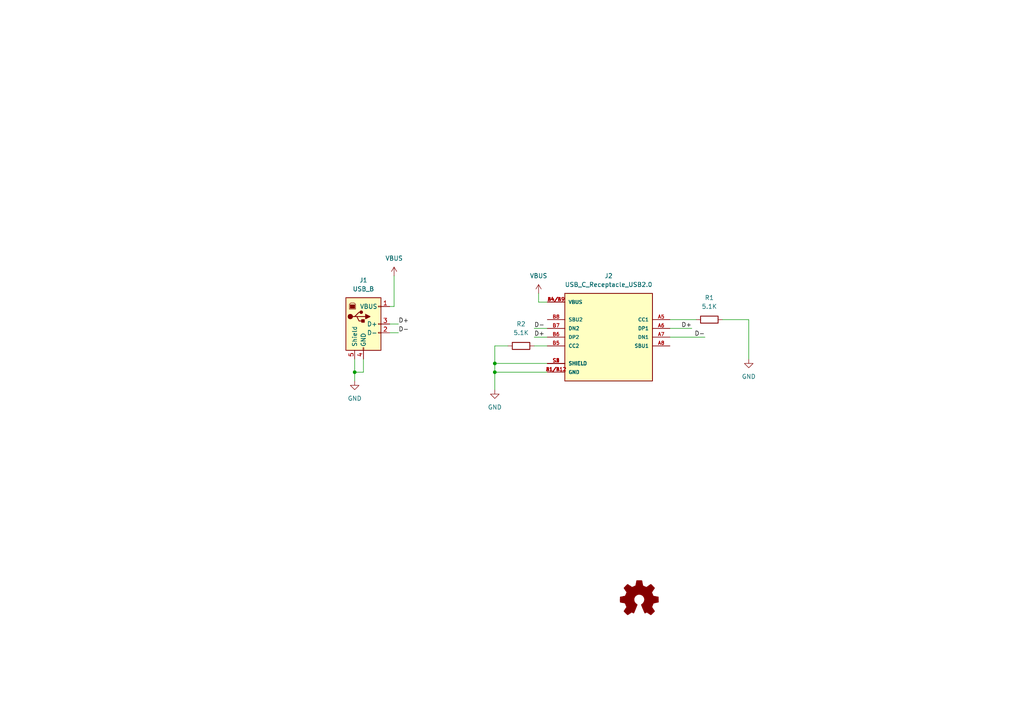
<source format=kicad_sch>
(kicad_sch (version 20211123) (generator eeschema)
  (paper "A4")
  (lib_symbols
    (symbol "4ms_Power-symbol:GND" (power) (pin_names (offset 0))
      (property "Value" "GND" (at 0 -3.81 0))
      (symbol "GND_0_1"
        (polyline (pts (xy 0 0) (xy 0 -1.27) (xy 1.27 -1.27) (xy 0 -2.54) (xy -1.27 -1.27) (xy 0 -1.27)))
      )
      (symbol "GND_1_1"
        (pin power_in line (at 0 0 270) (length 0) hide (name "GND") (number "1"))
      )
    )
    (symbol "Connector:USB_B" (pin_names (offset 1.016))
      (property "Reference" "J" (at -5.08 11.43 0))
      (property "Value" "USB_B" (at -5.08 8.89 0))
      (symbol "USB_B_0_1"
        (rectangle (start -5.08 -7.62) (end 5.08 7.62) (stroke (width 0.254)) (fill (type background)))
        (circle (center -3.81 2.159) (radius 0.635) (stroke (width 0.254)) (fill (type outline)))
        (rectangle (start -3.81 5.588) (end -2.54 4.572) (fill (type outline)))
        (circle (center -0.635 3.429) (radius 0.381) (stroke (width 0.254)) (fill (type outline)))
        (rectangle (start -0.127 -7.62) (end 0.127 -6.858))
        (polyline (pts (xy -1.905 2.159) (xy 0.635 2.159)) (stroke (width 0.254)))
        (polyline (pts (xy -3.175 2.159) (xy -2.54 2.159) (xy -1.27 3.429) (xy -0.635 3.429)) (stroke (width 0.254)))
        (polyline (pts (xy -2.54 2.159) (xy -1.905 2.159) (xy -1.27 0.889) (xy 0 0.889)) (stroke (width 0.254)))
        (polyline (pts (xy 0.635 2.794) (xy 0.635 1.524) (xy 1.905 2.159) (xy 0.635 2.794)) (stroke (width 0.254)) (fill (type outline)))
        (polyline (pts (xy -4.064 4.318) (xy -2.286 4.318) (xy -2.286 5.715) (xy -2.667 6.096) (xy -3.683 6.096) (xy -4.064 5.715) (xy -4.064 4.318)))
        (rectangle (start 0.254 1.27) (end -0.508 0.508) (stroke (width 0.254)) (fill (type outline)))
        (rectangle (start 5.08 -2.667) (end 4.318 -2.413))
        (rectangle (start 5.08 -0.127) (end 4.318 0.127))
        (rectangle (start 5.08 4.953) (end 4.318 5.207))
      )
      (symbol "USB_B_1_1"
        (pin power_out line (at 7.62 5.08 180) (length 2.54) (name "VBUS") (number "1"))
        (pin bidirectional line (at 7.62 -2.54 180) (length 2.54) (name "D-") (number "2"))
        (pin bidirectional line (at 7.62 0 180) (length 2.54) (name "D+") (number "3"))
        (pin power_out line (at 0 -10.16 90) (length 2.54) (name "GND") (number "4"))
        (pin passive line (at -2.54 -10.16 90) (length 2.54) (name "Shield") (number "5"))
      )
    )
    (symbol "Device:R" (pin_numbers hide) (pin_names (offset 0))
      (property "Reference" "R" (at 2.032 0 90))
      (property "Value" "R" (at 0 0 90))
      (symbol "R_0_1"
        (rectangle (start -1.016 -2.54) (end 1.016 2.54) (stroke (width 0.254)))
      )
      (symbol "R_1_1"
        (pin passive line (at 0 3.81 270) (length 1.27) (name "~") (number "1"))
        (pin passive line (at 0 -3.81 90) (length 1.27) (name "~") (number "2"))
      )
    )
    (symbol "Graphic:Logo_Open_Hardware_Small" (pin_names (offset 1.016))
      (symbol "Logo_Open_Hardware_Small_0_1"
        (polyline (pts (xy 3.3528 -4.3434) (xy 3.302 -4.318) (xy 3.175 -4.2418) (xy 2.9972 -4.1148) (xy 2.7686 -3.9624) (xy 2.54 -3.81) (xy 2.3622 -3.7084) (xy 2.2352 -3.6068) (xy 2.1844 -3.5814) (xy 2.159 -3.6068) (xy 2.0574 -3.6576) (xy 1.905 -3.7338) (xy 1.8034 -3.7846) (xy 1.6764 -3.8354) (xy 1.6002 -3.8354) (xy 1.6002 -3.8354) (xy 1.5494 -3.7338) (xy 1.4732 -3.5306) (xy 1.3462 -3.302) (xy 1.2446 -3.0226) (xy 1.1176 -2.7178) (xy 0.9652 -2.413) (xy 0.8636 -2.1082) (xy 0.7366 -1.8288) (xy 0.6604 -1.6256) (xy 0.6096 -1.4732) (xy 0.5842 -1.397) (xy 0.5842 -1.397) (xy 0.6604 -1.3208) (xy 0.7874 -1.2446) (xy 1.0414 -1.016) (xy 1.2954 -0.6858) (xy 1.4478 -0.3302) (xy 1.524 0.0762) (xy 1.4732 0.4572) (xy 1.3208 0.8128) (xy 1.0668 1.143) (xy 0.762 1.3716) (xy 0.4064 1.524) (xy 0 1.5748) (xy -0.381 1.5494) (xy -0.7366 1.397) (xy -1.0668 1.143) (xy -1.2192 0.9906) (xy -1.397 0.6604) (xy -1.524 0.3048) (xy -1.524 0.2286) (xy -1.4986 -0.1778) (xy -1.397 -0.5334) (xy -1.1938 -0.8636) (xy -0.9144 -1.143) (xy -0.8636 -1.1684) (xy -0.7366 -1.27) (xy -0.635 -1.3462) (xy -0.5842 -1.397) (xy -1.0668 -2.5908) (xy -1.143 -2.794) (xy -1.2954 -3.1242) (xy -1.397 -3.4036) (xy -1.4986 -3.6322) (xy -1.5748 -3.7846) (xy -1.6002 -3.8354) (xy -1.6002 -3.8354) (xy -1.651 -3.8354) (xy -1.7272 -3.81) (xy -1.905 -3.7338) (xy -2.0066 -3.683) (xy -2.1336 -3.6068) (xy -2.2098 -3.5814) (xy -2.2606 -3.6068) (xy -2.3622 -3.683) (xy -2.54 -3.81) (xy -2.7686 -3.9624) (xy -2.9718 -4.0894) (xy -3.1496 -4.2164) (xy -3.302 -4.318) (xy -3.3528 -4.3434) (xy -3.3782 -4.3434) (xy -3.429 -4.318) (xy -3.5306 -4.2164) (xy -3.7084 -4.064) (xy -3.937 -3.8354) (xy -3.9624 -3.81) (xy -4.1656 -3.6068) (xy -4.318 -3.4544) (xy -4.4196 -3.3274) (xy -4.445 -3.2766) (xy -4.445 -3.2766) (xy -4.4196 -3.2258) (xy -4.318 -3.0734) (xy -4.2164 -2.8956) (xy -4.064 -2.667) (xy -3.6576 -2.0828) (xy -3.8862 -1.5494) (xy -3.937 -1.3716) (xy -4.0386 -1.1684) (xy -4.0894 -1.0414) (xy -4.1148 -0.9652) (xy -4.191 -0.9398) (xy -4.318 -0.9144) (xy -4.5466 -0.8636) (xy -4.8006 -0.8128) (xy -5.0546 -0.7874) (xy -5.2578 -0.7366) (xy -5.4356 -0.7112) (xy -5.5118 -0.6858) (xy -5.5118 -0.6858) (xy -5.5372 -0.635) (xy -5.5372 -0.5588) (xy -5.5372 -0.4318) (xy -5.5626 -0.2286) (xy -5.5626 0.0762) (xy -5.5626 0.127) (xy -5.5372 0.4064) (xy -5.5372 0.635) (xy -5.5372 0.762) (xy -5.5372 0.8382) (xy -5.5372 0.8382) (xy -5.461 0.8382) (xy -5.3086 0.889) (xy -5.08 0.9144) (xy -4.826 0.9652) (xy -4.8006 0.9906) (xy -4.5466 1.0414) (xy -4.318 1.0668) (xy -4.1656 1.1176) (xy -4.0894 1.143) (xy -4.0894 1.143) (xy -4.0386 1.2446) (xy -3.9624 1.4224) (xy -3.8608 1.6256) (xy -3.7846 1.8288) (xy -3.7084 2.0066) (xy -3.6576 2.159) (xy -3.6322 2.2098) (xy -3.6322 2.2098) (xy -3.683 2.286) (xy -3.7592 2.413) (xy -3.8862 2.5908) (xy -4.064 2.8194) (xy -4.064 2.8448) (xy -4.2164 3.0734) (xy -4.3434 3.2512) (xy -4.4196 3.3782) (xy -4.445 3.4544) (xy -4.445 3.4544) (xy -4.3942 3.5052) (xy -4.2926 3.6322) (xy -4.1148 3.81) (xy -3.937 4.0132) (xy -3.8608 4.064) (xy -3.6576 4.2926) (xy -3.5052 4.4196) (xy -3.4036 4.4958) (xy -3.3528 4.5212) (xy -3.3528 4.5212) (xy -3.302 4.4704) (xy -3.1496 4.3688) (xy -2.9718 4.2418) (xy -2.7432 4.0894) (xy -2.7178 4.0894) (xy -2.4892 3.937) (xy -2.3114 3.81) (xy -2.1844 3.7084) (xy -2.1336 3.683) (xy -2.1082 3.683) (xy -2.032 3.7084) (xy -1.8542 3.7592) (xy -1.6764 3.8354) (xy -1.4732 3.937) (xy -1.27 4.0132) (xy -1.143 4.064) (xy -1.0668 4.1148) (xy -1.0668 4.1148) (xy -1.0414 4.191) (xy -1.016 4.3434) (xy -0.9652 4.572) (xy -0.9144 4.8514) (xy -0.889 4.9022) (xy -0.8382 5.1562) (xy -0.8128 5.3848) (xy -0.7874 5.5372) (xy -0.762 5.588) (xy -0.7112 5.6134) (xy -0.5842 5.6134) (xy -0.4064 5.6134) (xy -0.1524 5.6134) (xy 0.0762 5.6134) (xy 0.3302 5.6134) (xy 0.5334 5.6134) (xy 0.6858 5.588) (xy 0.7366 5.588) (xy 0.7366 5.588) (xy 0.762 5.5118) (xy 0.8128 5.334) (xy 0.8382 5.1054) (xy 0.9144 4.826) (xy 0.9144 4.7752) (xy 0.9652 4.5212) (xy 1.016 4.2926) (xy 1.0414 4.1402) (xy 1.0668 4.0894) (xy 1.0668 4.0894) (xy 1.1938 4.0386) (xy 1.3716 3.9624) (xy 1.5748 3.8608) (xy 2.0828 3.6576) (xy 2.7178 4.0894) (xy 2.7686 4.1402) (xy 2.9972 4.2926) (xy 3.175 4.4196) (xy 3.302 4.4958) (xy 3.3782 4.5212) (xy 3.3782 4.5212) (xy 3.429 4.4704) (xy 3.556 4.3434) (xy 3.7338 4.191) (xy 3.9116 3.9878) (xy 4.064 3.8354) (xy 4.2418 3.6576) (xy 4.3434 3.556) (xy 4.4196 3.4798) (xy 4.4196 3.429) (xy 4.4196 3.4036) (xy 4.3942 3.3274) (xy 4.2926 3.2004) (xy 4.1656 2.9972) (xy 4.0132 2.794) (xy 3.8862 2.5908) (xy 3.7592 2.3876) (xy 3.6576 2.2352) (xy 3.6322 2.159) (xy 3.6322 2.1336) (xy 3.683 2.0066) (xy 3.7592 1.8288) (xy 3.8608 1.6002) (xy 4.064 1.1176) (xy 4.3942 1.0414) (xy 4.5974 1.016) (xy 4.8768 0.9652) (xy 5.1308 0.9144) (xy 5.5372 0.8382) (xy 5.5626 -0.6604) (xy 5.4864 -0.6858) (xy 5.4356 -0.6858) (xy 5.2832 -0.7366) (xy 5.0546 -0.762) (xy 4.8006 -0.8128) (xy 4.5974 -0.8636) (xy 4.3688 -0.9144) (xy 4.2164 -0.9398) (xy 4.1402 -0.9398) (xy 4.1148 -0.9652) (xy 4.064 -1.0668) (xy 3.9878 -1.2446) (xy 3.9116 -1.4478) (xy 3.81 -1.651) (xy 3.7338 -1.8542) (xy 3.683 -2.0066) (xy 3.6576 -2.0828) (xy 3.683 -2.1336) (xy 3.7846 -2.2606) (xy 3.8862 -2.4638) (xy 4.0386 -2.667) (xy 4.191 -2.8956) (xy 4.318 -3.0734) (xy 4.3942 -3.2004) (xy 4.445 -3.2766) (xy 4.4196 -3.3274) (xy 4.3434 -3.429) (xy 4.1656 -3.5814) (xy 3.937 -3.8354) (xy 3.8862 -3.8608) (xy 3.683 -4.064) (xy 3.5306 -4.2164) (xy 3.4036 -4.318) (xy 3.3528 -4.3434)) (fill (type outline)))
      )
    )
    (symbol "crowbar:TYPE-C-31-M-12" (pin_names (offset 1.016))
      (property "Reference" "J" (at -12.7 13.462 0))
      (property "Value" "TYPE-C-31-M-12" (at -12.7 -13.462 0))
      (symbol "TYPE-C-31-M-12_0_0"
        (rectangle (start -12.7 -12.7) (end 12.7 12.7) (stroke (width 0.254)) (fill (type background)))
        (pin power_in line (at 17.78 -10.16 180) (length 5.08) (name "GND") (number "A1/B12"))
        (pin power_in line (at 17.78 10.16 180) (length 5.08) (name "VBUS") (number "A4/B9"))
        (pin bidirectional line (at -17.78 5.08 0) (length 5.08) (name "CC1") (number "A5"))
        (pin bidirectional line (at -17.78 2.54 0) (length 5.08) (name "DP1") (number "A6"))
        (pin bidirectional line (at -17.78 0 0) (length 5.08) (name "DN1") (number "A7"))
        (pin bidirectional line (at -17.78 -2.54 0) (length 5.08) (name "SBU1") (number "A8"))
        (pin power_in line (at 17.78 -10.16 180) (length 5.08) (name "GND") (number "B1/A12"))
        (pin power_in line (at 17.78 10.16 180) (length 5.08) (name "VBUS") (number "B4/A9"))
        (pin bidirectional line (at 17.78 -2.54 180) (length 5.08) (name "CC2") (number "B5"))
        (pin bidirectional line (at 17.78 0 180) (length 5.08) (name "DP2") (number "B6"))
        (pin bidirectional line (at 17.78 2.54 180) (length 5.08) (name "DN2") (number "B7"))
        (pin bidirectional line (at 17.78 5.08 180) (length 5.08) (name "SBU2") (number "B8"))
        (pin passive line (at 17.78 -7.62 180) (length 5.08) (name "SHIELD") (number "S1"))
        (pin passive line (at 17.78 -7.62 180) (length 5.08) (name "SHIELD") (number "S2"))
        (pin passive line (at 17.78 -7.62 180) (length 5.08) (name "SHIELD") (number "S3"))
        (pin passive line (at 17.78 -7.62 180) (length 5.08) (name "SHIELD") (number "S4"))
      )
    )
    (symbol "power:VBUS" (power) (pin_names (offset 0))
      (property "Value" "VBUS" (at 0 3.81 0))
      (symbol "VBUS_0_1"
        (polyline (pts (xy -0.762 1.27) (xy 0 2.54)))
        (polyline (pts (xy 0 0) (xy 0 2.54)))
        (polyline (pts (xy 0 2.54) (xy 0.762 1.27)))
      )
      (symbol "VBUS_1_1"
        (pin power_in line (at 0 0 90) (length 0) hide (name "VBUS") (number "1"))
      )
    )
  )
  (junction (at 143.51 107.95))
  (junction (at 102.87 107.95))
  (junction (at 143.51 105.41))
  (wire (pts (xy 143.51 107.95) (xy 143.51 113.03)))
  (wire (pts (xy 113.03 96.52) (xy 115.57 96.52)))
  (wire (pts (xy 204.47 97.79) (xy 194.31 97.79)))
  (wire (pts (xy 200.66 95.25) (xy 194.31 95.25)))
  (wire (pts (xy 154.94 95.25) (xy 158.75 95.25)))
  (wire (pts (xy 143.51 105.41) (xy 143.51 107.95)))
  (wire (pts (xy 154.94 97.79) (xy 158.75 97.79)))
  (wire (pts (xy 209.55 92.71) (xy 217.17 92.71)))
  (wire (pts (xy 113.03 93.98) (xy 115.57 93.98)))
  (wire (pts (xy 102.87 110.49) (xy 102.87 107.95)))
  (wire (pts (xy 114.3 88.9) (xy 113.03 88.9)))
  (wire (pts (xy 217.17 92.71) (xy 217.17 104.14)))
  (wire (pts (xy 143.51 100.33) (xy 143.51 105.41)))
  (wire (pts (xy 105.41 107.95) (xy 102.87 107.95)))
  (wire (pts (xy 194.31 92.71) (xy 201.93 92.71)))
  (wire (pts (xy 147.32 100.33) (xy 143.51 100.33)))
  (wire (pts (xy 105.41 104.14) (xy 105.41 107.95)))
  (wire (pts (xy 102.87 107.95) (xy 102.87 104.14)))
  (wire (pts (xy 156.21 87.63) (xy 158.75 87.63)))
  (wire (pts (xy 156.21 85.09) (xy 156.21 87.63)))
  (wire (pts (xy 143.51 105.41) (xy 158.75 105.41)))
  (wire (pts (xy 114.3 80.01) (xy 114.3 88.9)))
  (wire (pts (xy 143.51 107.95) (xy 158.75 107.95)))
  (wire (pts (xy 154.94 100.33) (xy 158.75 100.33)))
  (label "D-" (at 154.94 95.25 0))
  (label "D+" (at 115.57 93.98 0))
  (label "D+" (at 154.94 97.79 0))
  (label "D+" (at 200.66 95.25 180))
  (label "D-" (at 115.57 96.52 0))
  (label "D-" (at 204.47 97.79 180))
  (symbol (lib_id "crowbar:TYPE-C-31-M-12") (at 176.53 97.79 0) (mirror y) (unit 1)
    (property "Reference" "J2" (at 176.53 80.01 0))
    (property "Value" "USB_C_Receptacle_USB2.0" (at 176.53 82.55 0))
    (property "Footprint" "Library:HRO_TYPE-C-31-M-12" (effects hide))
    (property "Datasheet" "https://www.usb.org/sites/default/files/documents/usb_type-c.zip" (effects hide))
    (property "STANDARD" "Manufacturer Recommendations" (effects hide))
    (property "SNAPEDA_PN" "TYPE-C-31-M-12" (effects hide))
    (property "MAXIMUM_PACKAGE_HEIGHT" "3.26 mm" (effects hide))
    (property "MANUFACTURER" "HRO Electronics Co., Ltd." (effects hide))
    (property "PARTREV" "2020.12.08" (effects hide))
    (property "MPN" "C165948" (effects hide))
    (property "LCSC" "C165948" (effects hide))
  )
  (symbol (lib_id "4ms_Power-symbol:GND") (at 143.51 113.03 0) (unit 1)
    (property "Reference" "#PWR0104" (effects hide))
    (property "Value" "GND" (at 143.51 118.11 0))
  )
  (symbol (lib_id "Connector:USB_B") (at 105.41 93.98 0) (unit 1) (in_bom no)
    (property "Reference" "J1" (at 105.41 81.28 0))
    (property "Value" "USB_B" (at 105.41 83.82 0))
    (property "Footprint" "Connector_USB:USB_B_OST_USB-B1HSxx_Horizontal" (effects hide))
    (property "Datasheet" " ~" (effects hide))
  )
  (symbol (lib_id "power:VBUS") (at 156.21 85.09 0) (unit 1)
    (property "Reference" "#PWR0103" (effects hide))
    (property "Value" "VBUS" (at 156.21 80.01 0))
  )
  (symbol (lib_id "Device:R") (at 151.13 100.33 90) (unit 1)
    (property "Reference" "R2" (at 151.13 93.98 90))
    (property "Value" "5.1K" (at 151.13 96.52 90))
    (property "Footprint" "Resistor_SMD:R_0201_0603Metric" (effects hide))
    (property "MPN" "C473460" (effects hide))
    (property "LCSC" "C473460" (effects hide))
  )
  (symbol (lib_id "4ms_Power-symbol:GND") (at 102.87 110.49 0) (unit 1)
    (property "Reference" "#PWR0101" (effects hide))
    (property "Value" "GND" (at 102.87 115.57 0))
  )
  (symbol (lib_id "Device:R") (at 205.74 92.71 270) (unit 1)
    (property "Reference" "R1" (at 205.74 86.36 90))
    (property "Value" "5.1K" (at 205.74 88.9 90))
    (property "Footprint" "Resistor_SMD:R_0201_0603Metric" (effects hide))
    (property "MPN" "C473460" (effects hide))
    (property "LCSC" "C473460" (effects hide))
  )
  (symbol (lib_id "4ms_Power-symbol:GND") (at 217.17 104.14 0) (unit 1)
    (property "Reference" "#PWR0105" (effects hide))
    (property "Value" "GND" (at 217.17 109.22 0))
  )
  (symbol (lib_id "power:VBUS") (at 114.3 80.01 0) (unit 1)
    (property "Reference" "#PWR0102" (effects hide))
    (property "Value" "VBUS" (at 114.3 74.93 0))
  )
  (symbol (lib_id "Graphic:Logo_Open_Hardware_Small") (at 185.42 173.99 0) (unit 1)
    (property "Reference" "#LOGO1" (effects hide))
    (property "Value" "Logo_Open_Hardware_Small" (effects hide))
    (property "Footprint" "Symbol:OSHW-Symbol_6.7x6mm_SilkScreen" (effects hide))
  )
)
</source>
